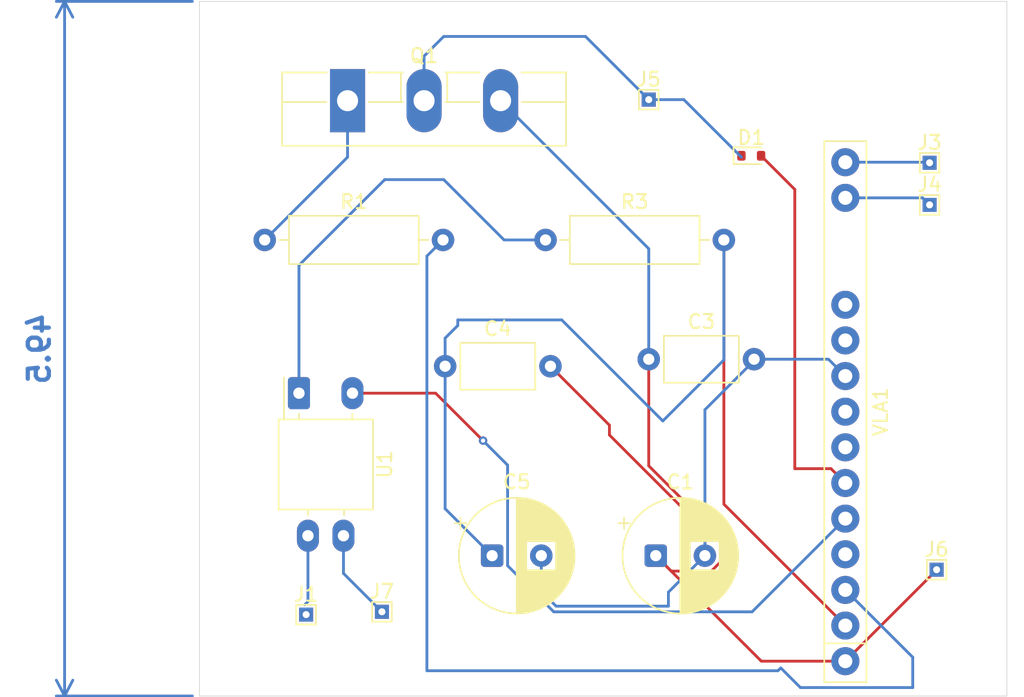
<source format=kicad_pcb>
(kicad_pcb (version 20241229) (generator "pcbnew") (generator_version "9.0")
  (layers (0 "F.Cu" signal) (2 "B.Cu" signal) (13 "F.Paste" user) (15 "B.Paste" user) (5 "F.SilkS" user "F.Silkscreen") (7 "B.SilkS" user "B.Silkscreen") (1 "F.Mask" user) (3 "B.Mask" user) (25 "Edge.Cuts" user))
  (net 0 "")
  (net 1 "Net-(J6-Pin_1)")
  (net 2 "GND")
  (net 3 "+20V")
  (net 4 "Net-(D1-K)")
  (net 5 "Net-(D1-A)")
  (net 6 "Net-(J1-Pin_1)")
  (net 7 "Net-(J3-Pin_1)")
  (net 8 "Net-(J4-Pin_1)")
  (net 9 "Net-(J7-Pin_1)")
  (net 10 "Net-(Q1-G)")
  (net 11 "Net-(VLA1-Gate)")
  (net 12 "Net-(U1-A)")
  (net 13 "Net-(U1-K)")
  (footprint "Capacitor_THT:C_Axial_L5.1mm_D3.1mm_P7.50mm_Horizontal" (layer "F.Cu") (at 110 77)
    (property "Reference" "C3" (at 3.75 -2.67 0) (layer "F.SilkS"))
    (property "Value" "C_Small")
    (fp_line (start 1.04 0) (end 1.08 0) (stroke (width 0.12)) (layer "F.SilkS"))
    (fp_line (start 6.46 0) (end 6.42 0) (stroke (width 0.12)) (layer "F.SilkS"))
    (fp_rect (start 1.08 -1.67) (end 6.42 1.67) (stroke (width 0.12)) (fill no) (layer "F.SilkS"))
    (pad "1" thru_hole circle (at 0 0) (size 1.6 1.6) (drill 0.8) (layers "*.Cu" "*.Mask") (net 1 "Net-(J6-Pin_1)"))
    (pad "2" thru_hole circle (at 7.5 0) (size 1.6 1.6) (drill 0.8) (layers "*.Cu" "*.Mask") (net 2 "GND"))
  )
  (footprint "TestPoint:TestPoint_THTPad_1.0x1.0mm_Drill0.5mm" (layer "F.Cu") (at 130.5 92)
    (property "Reference" "J6" (at 0 -1.448 0) (layer "F.SilkS"))
    (property "Value" "Conn_01x01_Pin")
    (fp_line (start -0.7 -0.7) (end 0.7 -0.7) (stroke (width 0.12)) (layer "F.SilkS"))
    (fp_line (start -0.7 0.7) (end -0.7 -0.7) (stroke (width 0.12)) (layer "F.SilkS"))
    (fp_line (start 0.7 -0.7) (end 0.7 0.7) (stroke (width 0.12)) (layer "F.SilkS"))
    (fp_line (start 0.7 0.7) (end -0.7 0.7) (stroke (width 0.12)) (layer "F.SilkS"))
    (pad "1" thru_hole rect (at 0 0) (size 1 1) (drill 0.5) (layers "*.Cu" "*.Mask") (net 1 "Net-(J6-Pin_1)"))
  )
  (footprint "Resistor_THT:R_Axial_DIN0309_L9.0mm_D3.2mm_P12.70mm_Horizontal" (layer "F.Cu") (at 102.65 68.5)
    (property "Reference" "R3" (at 6.35 -2.72 0) (layer "F.SilkS"))
    (property "Value" "R")
    (fp_line (start 1.04 0) (end 1.73 0) (stroke (width 0.12)) (layer "F.SilkS"))
    (fp_line (start 11.66 0) (end 10.97 0) (stroke (width 0.12)) (layer "F.SilkS"))
    (fp_rect (start 1.73 -1.72) (end 10.97 1.72) (stroke (width 0.12)) (fill no) (layer "F.SilkS"))
    (pad "1" thru_hole circle (at 0 0) (size 1.6 1.6) (drill 0.8) (layers "*.Cu" "*.Mask") (net 12 "Net-(U1-A)"))
    (pad "2" thru_hole circle (at 12.7 0) (size 1.6 1.6) (drill 0.8) (layers "*.Cu" "*.Mask") (net 3 "+20V"))
  )
  (footprint "Capacitor_THT:CP_Radial_D8.0mm_P3.50mm" (layer "F.Cu") (at 110.5 91)
    (property "Reference" "C1" (at 1.75 -5.25 0) (layer "F.SilkS"))
    (property "Value" "C_Polarized_Small")
    (fp_line (start -2.659698 -2.315) (end -1.859698 -2.315) (stroke (width 0.12)) (layer "F.SilkS"))
    (fp_line (start -2.259698 -2.715) (end -2.259698 -1.915) (stroke (width 0.12)) (layer "F.SilkS"))
    (fp_line (start 1.75 -4.08) (end 1.75 4.08) (stroke (width 0.12)) (layer "F.SilkS"))
    (fp_line (start 1.79 -4.08) (end 1.79 4.08) (stroke (width 0.12)) (layer "F.SilkS"))
    (fp_line (start 1.83 -4.079) (end 1.83 4.079) (stroke (width 0.12)) (layer "F.SilkS"))
    (fp_line (start 1.87 -4.078) (end 1.87 4.078) (stroke (width 0.12)) (layer "F.SilkS"))
    (fp_line (start 1.91 -4.077) (end 1.91 4.077) (stroke (width 0.12)) (layer "F.SilkS"))
    (fp_line (start 1.95 -4.075) (end 1.95 4.075) (stroke (width 0.12)) (layer "F.SilkS"))
    (fp_line (start 1.99 -4.073) (end 1.99 4.073) (stroke (width 0.12)) (layer "F.SilkS"))
    (fp_line (start 2.03 -4.07) (end 2.03 4.07) (stroke (width 0.12)) (layer "F.SilkS"))
    (fp_line (start 2.07 -4.068) (end 2.07 4.068) (stroke (width 0.12)) (layer "F.SilkS"))
    (fp_line (start 2.11 -4.064) (end 2.11 4.064) (stroke (width 0.12)) (layer "F.SilkS"))
    (fp_line (start 2.15 -4.061) (end 2.15 4.061) (stroke (width 0.12)) (layer "F.SilkS"))
    (fp_line (start 2.19 -4.056) (end 2.19 4.056) (stroke (width 0.12)) (layer "F.SilkS"))
    (fp_line (start 2.23 -4.052) (end 2.23 4.052) (stroke (width 0.12)) (layer "F.SilkS"))
    (fp_line (start 2.27 -4.047) (end 2.27 4.047) (stroke (width 0.12)) (layer "F.SilkS"))
    (fp_line (start 2.31 -4.042) (end 2.31 4.042) (stroke (width 0.12)) (layer "F.SilkS"))
    (fp_line (start 2.35 -4.036) (end 2.35 4.036) (stroke (width 0.12)) (layer "F.SilkS"))
    (fp_line (start 2.39 -4.03) (end 2.39 4.03) (stroke (width 0.12)) (layer "F.SilkS"))
    (fp_line (start 2.43 -4.023) (end 2.43 4.023) (stroke (width 0.12)) (layer "F.SilkS"))
    (fp_line (start 2.47 -4.017) (end 2.47 -1.04) (stroke (width 0.12)) (layer "F.SilkS"))
    (fp_line (start 2.47 1.04) (end 2.47 4.017) (stroke (width 0.12)) (layer "F.SilkS"))
    (fp_line (start 2.51 -4.009) (end 2.51 -1.04) (stroke (width 0.12)) (layer "F.SilkS"))
    (fp_line (start 2.51 1.04) (end 2.51 4.009) (stroke (width 0.12)) (layer "F.SilkS"))
    (fp_line (start 2.55 -4.002) (end 2.55 -1.04) (stroke (width 0.12)) (layer "F.SilkS"))
    (fp_line (start 2.55 1.04) (end 2.55 4.002) (stroke (width 0.12)) (layer "F.SilkS"))
    (fp_line (start 2.59 -3.993) (end 2.59 -1.04) (stroke (width 0.12)) (layer "F.SilkS"))
    (fp_line (start 2.59 1.04) (end 2.59 3.993) (stroke (width 0.12)) (layer "F.SilkS"))
    (fp_line (start 2.63 -3.985) (end 2.63 -1.04) (stroke (width 0.12)) (layer "F.SilkS"))
    (fp_line (start 2.63 1.04) (end 2.63 3.985) (stroke (width 0.12)) (layer "F.SilkS"))
    (fp_line (start 2.67 -3.976) (end 2.67 -1.04) (stroke (width 0.12)) (layer "F.SilkS"))
    (fp_line (start 2.67 1.04) (end 2.67 3.976) (stroke (width 0.12)) (layer "F.SilkS"))
    (fp_line (start 2.71 -3.967) (end 2.71 -1.04) (stroke (width 0.12)) (layer "F.SilkS"))
    (fp_line (start 2.71 1.04) (end 2.71 3.967) (stroke (width 0.12)) (layer "F.SilkS"))
    (fp_line (start 2.75 -3.957) (end 2.75 -1.04) (stroke (width 0.12)) (layer "F.SilkS"))
    (fp_line (start 2.75 1.04) (end 2.75 3.957) (stroke (width 0.12)) (layer "F.SilkS"))
    (fp_line (start 2.79 -3.947) (end 2.79 -1.04) (stroke (width 0.12)) (layer "F.SilkS"))
    (fp_line (start 2.79 1.04) (end 2.79 3.947) (stroke (width 0.12)) (layer "F.SilkS"))
    (fp_line (start 2.83 -3.936) (end 2.83 -1.04) (stroke (width 0.12)) (layer "F.SilkS"))
    (fp_line (start 2.83 1.04) (end 2.83 3.936) (stroke (width 0.12)) (layer "F.SilkS"))
    (fp_line (start 2.87 -3.925) (end 2.87 -1.04) (stroke (width 0.12)) (layer "F.SilkS"))
    (fp_line (start 2.87 1.04) (end 2.87 3.925) (stroke (width 0.12)) (layer "F.SilkS"))
    (fp_line (start 2.91 -3.913) (end 2.91 -1.04) (stroke (width 0.12)) (layer "F.SilkS"))
    (fp_line (start 2.91 1.04) (end 2.91 3.913) (stroke (width 0.12)) (layer "F.SilkS"))
    (fp_line (start 2.95 -3.901) (end 2.95 -1.04) (stroke (width 0.12)) (layer "F.SilkS"))
    (fp_line (start 2.95 1.04) (end 2.95 3.901) (stroke (width 0.12)) (layer "F.SilkS"))
    (fp_line (start 2.99 -3.889) (end 2.99 -1.04) (stroke (width 0.12)) (layer "F.SilkS"))
    (fp_line (start 2.99 1.04) (end 2.99 3.889) (stroke (width 0.12)) (layer "F.SilkS"))
    (fp_line (start 3.03 -3.876) (end 3.03 -1.04) (stroke (width 0.12)) (layer "F.SilkS"))
    (fp_line (start 3.03 1.04) (end 3.03 3.876) (stroke (width 0.12)) (layer "F.SilkS"))
    (fp_line (start 3.07 -3.863) (end 3.07 -1.04) (stroke (width 0.12)) (layer "F.SilkS"))
    (fp_line (start 3.07 1.04) (end 3.07 3.863) (stroke (width 0.12)) (layer "F.SilkS"))
    (fp_line (start 3.11 -3.849) (end 3.11 -1.04) (stroke (width 0.12)) (layer "F.SilkS"))
    (fp_line (start 3.11 1.04) (end 3.11 3.849) (stroke (width 0.12)) (layer "F.SilkS"))
    (fp_line (start 3.15 -3.835) (end 3.15 -1.04) (stroke (width 0.12)) (layer "F.SilkS"))
    (fp_line (start 3.15 1.04) (end 3.15 3.835) (stroke (width 0.12)) (layer "F.SilkS"))
    (fp_line (start 3.19 -3.82) (end 3.19 -1.04) (stroke (width 0.12)) (layer "F.SilkS"))
    (fp_line (start 3.19 1.04) (end 3.19 3.82) (stroke (width 0.12)) (layer "F.SilkS"))
    (fp_line (start 3.23 -3.805) (end 3.23 -1.04) (stroke (width 0.12)) (layer "F.SilkS"))
    (fp_line (start 3.23 1.04) (end 3.23 3.805) (stroke (width 0.12)) (layer "F.SilkS"))
    (fp_line (start 3.27 -3.789) (end 3.27 -1.04) (stroke (width 0.12)) (layer "F.SilkS"))
    (fp_line (start 3.27 1.04) (end 3.27 3.789) (stroke (width 0.12)) (layer "F.SilkS"))
    (fp_line (start 3.31 -3.773) (end 3.31 -1.04) (stroke (width 0.12)) (layer "F.SilkS"))
    (fp_line (start 3.31 1.04) (end 3.31 3.773) (stroke (width 0.12)) (layer "F.SilkS"))
    (fp_line (start 3.35 -3.757) (end 3.35 -1.04) (stroke (width 0.12)) (layer "F.SilkS"))
    (fp_line (start 3.35 1.04) (end 3.35 3.757) (stroke (width 0.12)) (layer "F.SilkS"))
    (fp_line (start 3.39 -3.74) (end 3.39 -1.04) (stroke (width 0.12)) (layer "F.SilkS"))
    (fp_line (start 3.39 1.04) (end 3.39 3.74) (stroke (width 0.12)) (layer "F.SilkS"))
    (fp_line (start 3.43 -3.722) (end 3.43 -1.04) (stroke (width 0.12)) (layer "F.SilkS"))
    (fp_line (start 3.43 1.04) (end 3.43 3.722) (stroke (width 0.12)) (layer "F.SilkS"))
    (fp_line (start 3.47 -3.704) (end 3.47 -1.04) (stroke (width 0.12)) (layer "F.SilkS"))
    (fp_line (start 3.47 1.04) (end 3.47 3.704) (stroke (width 0.12)) (layer "F.SilkS"))
    (fp_line (start 3.51 -3.685) (end 3.51 -1.04) (stroke (width 0.12)) (layer "F.SilkS"))
    (fp_line (start 3.51 1.04) (end 3.51 3.685) (stroke (width 0.12)) (layer "F.SilkS"))
    (fp_line (start 3.55 -3.666) (end 3.55 -1.04) (stroke (width 0.12)) (layer "F.SilkS"))
    (fp_line (start 3.55 1.04) (end 3.55 3.666) (stroke (width 0.12)) (layer "F.SilkS"))
    (fp_line (start 3.59 -3.646) (end 3.59 -1.04) (stroke (width 0.12)) (layer "F.SilkS"))
    (fp_line (start 3.59 1.04) (end 3.59 3.646) (stroke (width 0.12)) (layer "F.SilkS"))
    (fp_line (start 3.63 -3.626) (end 3.63 -1.04) (stroke (width 0.12)) (layer "F.SilkS"))
    (fp_line (start 3.63 1.04) (end 3.63 3.626) (stroke (width 0.12)) (layer "F.SilkS"))
    (fp_line (start 3.67 -3.605) (end 3.67 -1.04) (stroke (width 0.12)) (layer "F.SilkS"))
    (fp_line (start 3.67 1.04) (end 3.67 3.605) (stroke (width 0.12)) (layer "F.SilkS"))
    (fp_line (start 3.71 -3.584) (end 3.71 -1.04) (stroke (width 0.12)) (layer "F.SilkS"))
    (fp_line (start 3.71 1.04) (end 3.71 3.584) (stroke (width 0.12)) (layer "F.SilkS"))
    (fp_line (start 3.75 -3.562) (end 3.75 -1.04) (stroke (width 0.12)) (layer "F.SilkS"))
    (fp_line (start 3.75 1.04) (end 3.75 3.562) (stroke (width 0.12)) (layer "F.SilkS"))
    (fp_line (start 3.79 -3.539) (end 3.79 -1.04) (stroke (width 0.12)) (layer "F.SilkS"))
    (fp_line (start 3.79 1.04) (end 3.79 3.539) (stroke (width 0.12)) (layer "F.SilkS"))
    (fp_line (start 3.83 -3.516) (end 3.83 -1.04) (stroke (width 0.12)) (layer "F.SilkS"))
    (fp_line (start 3.83 1.04) (end 3.83 3.516) (stroke (width 0.12)) (layer "F.SilkS"))
    (fp_line (start 3.87 -3.493) (end 3.87 -1.04) (stroke (width 0.12)) (layer "F.SilkS"))
    (fp_line (start 3.87 1.04) (end 3.87 3.493) (stroke (width 0.12)) (layer "F.SilkS"))
    (fp_line (start 3.91 -3.468) (end 3.91 -1.04) (stroke (width 0.12)) (layer "F.SilkS"))
    (fp_line (start 3.91 1.04) (end 3.91 3.468) (stroke (width 0.12)) (layer "F.SilkS"))
    (fp_line (start 3.95 -3.443) (end 3.95 -1.04) (stroke (width 0.12)) (layer "F.SilkS"))
    (fp_line (start 3.95 1.04) (end 3.95 3.443) (stroke (width 0.12)) (layer "F.SilkS"))
    (fp_line (start 3.99 -3.418) (end 3.99 -1.04) (stroke (width 0.12)) (layer "F.SilkS"))
    (fp_line (start 3.99 1.04) (end 3.99 3.418) (stroke (width 0.12)) (layer "F.SilkS"))
    (fp_line (start 4.03 -3.392) (end 4.03 -1.04) (stroke (width 0.12)) (layer "F.SilkS"))
    (fp_line (start 4.03 1.04) (end 4.03 3.392) (stroke (width 0.12)) (layer "F.SilkS"))
    (fp_line (start 4.07 -3.365) (end 4.07 -1.04) (stroke (width 0.12)) (layer "F.SilkS"))
    (fp_line (start 4.07 1.04) (end 4.07 3.365) (stroke (width 0.12)) (layer "F.SilkS"))
    (fp_line (start 4.11 -3.337) (end 4.11 -1.04) (stroke (width 0.12)) (layer "F.SilkS"))
    (fp_line (start 4.11 1.04) (end 4.11 3.337) (stroke (width 0.12)) (layer "F.SilkS"))
    (fp_line (start 4.15 -3.309) (end 4.15 -1.04) (stroke (width 0.12)) (layer "F.SilkS"))
    (fp_line (start 4.15 1.04) (end 4.15 3.309) (stroke (width 0.12)) (layer "F.SilkS"))
    (fp_line (start 4.19 -3.28) (end 4.19 -1.04) (stroke (width 0.12)) (layer "F.SilkS"))
    (fp_line (start 4.19 1.04) (end 4.19 3.28) (stroke (width 0.12)) (layer "F.SilkS"))
    (fp_line (start 4.23 -3.25) (end 4.23 -1.04) (stroke (width 0.12)) (layer "F.SilkS"))
    (fp_line (start 4.23 1.04) (end 4.23 3.25) (stroke (width 0.12)) (layer "F.SilkS"))
    (fp_line (start 4.27 -3.219) (end 4.27 -1.04) (stroke (width 0.12)) (layer "F.SilkS"))
    (fp_line (start 4.27 1.04) (end 4.27 3.219) (stroke (width 0.12)) (layer "F.SilkS"))
    (fp_line (start 4.31 -3.188) (end 4.31 -1.04) (stroke (width 0.12)) (layer "F.SilkS"))
    (fp_line (start 4.31 1.04) (end 4.31 3.188) (stroke (width 0.12)) (layer "F.SilkS"))
    (fp_line (start 4.35 -3.156) (end 4.35 -1.04) (stroke (width 0.12)) (layer "F.SilkS"))
    (fp_line (start 4.35 1.04) (end 4.35 3.156) (stroke (width 0.12)) (layer "F.SilkS"))
    (fp_line (start 4.39 -3.123) (end 4.39 -1.04) (stroke (width 0.12)) (layer "F.SilkS"))
    (fp_line (start 4.39 1.04) (end 4.39 3.123) (stroke (width 0.12)) (layer "F.SilkS"))
    (fp_line (start 4.43 -3.089) (end 4.43 -1.04) (stroke (width 0.12)) (layer "F.SilkS"))
    (fp_line (start 4.43 1.04) (end 4.43 3.089) (stroke (width 0.12)) (layer "F.SilkS"))
    (fp_line (start 4.47 -3.055) (end 4.47 -1.04) (stroke (width 0.12)) (layer "F.SilkS"))
    (fp_line (start 4.47 1.04) (end 4.47 3.055) (stroke (width 0.12)) (layer "F.SilkS"))
    (fp_line (start 4.51 -3.019) (end 4.51 -1.04) (stroke (width 0.12)) (layer "F.SilkS"))
    (fp_line (start 4.51 1.04) (end 4.51 3.019) (stroke (width 0.12)) (layer "F.SilkS"))
    (fp_line (start 4.55 -2.982) (end 4.55 2.982) (stroke (width 0.12)) (layer "F.SilkS"))
    (fp_line (start 4.59 -2.945) (end 4.59 2.945) (stroke (width 0.12)) (layer "F.SilkS"))
    (fp_line (start 4.63 -2.906) (end 4.63 2.906) (stroke (width 0.12)) (layer "F.SilkS"))
    (fp_line (start 4.67 -2.867) (end 4.67 2.867) (stroke (width 0.12)) (layer "F.SilkS"))
    (fp_line (start 4.71 -2.826) (end 4.71 2.826) (stroke (width 0.12)) (layer "F.SilkS"))
    (fp_line (start 4.75 -2.784) (end 4.75 2.784) (stroke (width 0.12)) (layer "F.SilkS"))
    (fp_line (start 4.79 -2.741) (end 4.79 2.741) (stroke (width 0.12)) (layer "F.SilkS"))
    (fp_line (start 4.83 -2.696) (end 4.83 2.696) (stroke (width 0.12)) (layer "F.SilkS"))
    (fp_line (start 4.87 -2.651) (end 4.87 2.651) (stroke (width 0.12)) (layer "F.SilkS"))
    (fp_line (start 4.91 -2.604) (end 4.91 2.604) (stroke (width 0.12)) (layer "F.SilkS"))
    (fp_line (start 4.95 -2.555) (end 4.95 2.555) (stroke (width 0.12)) (layer "F.SilkS"))
    (fp_line (start 4.99 -2.505) (end 4.99 2.505) (stroke (width 0.12)) (layer "F.SilkS"))
    (fp_line (start 5.03 -2.453) (end 5.03 2.453) (stroke (width 0.12)) (layer "F.SilkS"))
    (fp_line (start 5.07 -2.4) (end 5.07 2.4) (stroke (width 0.12)) (layer "F.SilkS"))
    (fp_line (start 5.11 -2.344) (end 5.11 2.344) (stroke (width 0.12)) (layer "F.SilkS"))
    (fp_line (start 5.15 -2.287) (end 5.15 2.287) (stroke (width 0.12)) (layer "F.SilkS"))
    (fp_line (start 5.19 -2.227) (end 5.19 2.227) (stroke (width 0.12)) (layer "F.SilkS"))
    (fp_line (start 5.23 -2.165) (end 5.23 2.165) (stroke (width 0.12)) (layer "F.SilkS"))
    (fp_line (start 5.27 -2.101) (end 5.27 2.101) (stroke (width 0.12)) (layer "F.SilkS"))
    (fp_line (start 5.31 -2.034) (end 5.31 2.034) (stroke (width 0.12)) (layer "F.SilkS"))
    (fp_line (start 5.35 -1.964) (end 5.35 1.964) (stroke (width 0.12)) (layer "F.SilkS"))
    (fp_line (start 5.39 -1.89) (end 5.39 1.89) (stroke (width 0.12)) (layer "F.SilkS"))
    (fp_line (start 5.43 -1.813) (end 5.43 1.813) (stroke (width 0.12)) (layer "F.SilkS"))
    (fp_line (start 5.47 -1.731) (end 5.47 1.731) (stroke (width 0.12)) (layer "F.SilkS"))
    (fp_line (start 5.51 -1.644) (end 5.51 1.644) (stroke (width 0.12)) (layer "F.SilkS"))
    (fp_line (start 5.55 -1.552) (end 5.55 1.552) (stroke (width 0.12)) (layer "F.SilkS"))
    (fp_line (start 5.59 -1.453) (end 5.59 1.453) (stroke (width 0.12)) (layer "F.SilkS"))
    (fp_line (start 5.63 -1.346) (end 5.63 1.346) (stroke (width 0.12)) (layer "F.SilkS"))
    (fp_line (start 5.67 -1.228) (end 5.67 1.228) (stroke (width 0.12)) (layer "F.SilkS"))
    (fp_line (start 5.71 -1.097) (end 5.71 1.097) (stroke (width 0.12)) (layer "F.SilkS"))
    (fp_line (start 5.75 -0.947) (end 5.75 0.947) (stroke (width 0.12)) (layer "F.SilkS"))
    (fp_line (start 5.79 -0.768) (end 5.79 0.768) (stroke (width 0.12)) (layer "F.SilkS"))
    (fp_line (start 5.83 -0.533) (end 5.83 0.533) (stroke (width 0.12)) (layer "F.SilkS"))
    (fp_circle (center 1.75 0) (end 5.87 0) (stroke (width 0.12)) (fill no) (layer "F.SilkS"))
    (pad "1" thru_hole roundrect (at 0 0) (size 1.6 1.6) (drill 0.8) (layers "*.Cu" "*.Mask") (roundrect_rratio 0.15625) (net 1 "Net-(J6-Pin_1)"))
    (pad "2" thru_hole circle (at 3.5 0) (size 1.6 1.6) (drill 0.8) (layers "*.Cu" "*.Mask") (net 2 "GND"))
  )
  (footprint "TestPoint:TestPoint_THTPad_1.0x1.0mm_Drill0.5mm" (layer "F.Cu") (at 110 58.5)
    (property "Reference" "J5" (at 0 -1.448 0) (layer "F.SilkS"))
    (property "Value" "Conn_01x01_Pin")
    (fp_line (start -0.7 -0.7) (end 0.7 -0.7) (stroke (width 0.12)) (layer "F.SilkS"))
    (fp_line (start -0.7 0.7) (end -0.7 -0.7) (stroke (width 0.12)) (layer "F.SilkS"))
    (fp_line (start 0.7 -0.7) (end 0.7 0.7) (stroke (width 0.12)) (layer "F.SilkS"))
    (fp_line (start 0.7 0.7) (end -0.7 0.7) (stroke (width 0.12)) (layer "F.SilkS"))
    (pad "1" thru_hole rect (at 0 0) (size 1 1) (drill 0.5) (layers "*.Cu" "*.Mask") (net 4 "Net-(D1-K)"))
  )
  (footprint "TestPoint:TestPoint_THTPad_1.0x1.0mm_Drill0.5mm" (layer "F.Cu") (at 91 95)
    (property "Reference" "J7" (at 0 -1.448 0) (layer "F.SilkS"))
    (property "Value" "Conn_01x01_Pin")
    (fp_line (start -0.7 -0.7) (end 0.7 -0.7) (stroke (width 0.12)) (layer "F.SilkS"))
    (fp_line (start -0.7 0.7) (end -0.7 -0.7) (stroke (width 0.12)) (layer "F.SilkS"))
    (fp_line (start 0.7 -0.7) (end 0.7 0.7) (stroke (width 0.12)) (layer "F.SilkS"))
    (fp_line (start 0.7 0.7) (end -0.7 0.7) (stroke (width 0.12)) (layer "F.SilkS"))
    (pad "1" thru_hole rect (at 0 0) (size 1 1) (drill 0.5) (layers "*.Cu" "*.Mask") (net 9 "Net-(J7-Pin_1)"))
  )
  (footprint "Package_TO_SOT_THT:TO-264-3_Vertical" (layer "F.Cu") (at 88.55 58.575)
    (property "Reference" "Q1" (at 5.45 -3.2 0) (layer "F.SilkS"))
    (property "Value" "160N60UFD")
    (fp_line (start -4.66 -2.01) (end -4.66 3.21) (stroke (width 0.12)) (layer "F.SilkS"))
    (fp_line (start -4.66 -2.01) (end -1.51 -2.01) (stroke (width 0.12)) (layer "F.SilkS"))
    (fp_line (start -4.66 0.1) (end -1.51 0.1) (stroke (width 0.12)) (layer "F.SilkS"))
    (fp_line (start -4.66 3.21) (end 15.56 3.21) (stroke (width 0.12)) (layer "F.SilkS"))
    (fp_line (start 1.51 -2.01) (end 3.94 -2.01) (stroke (width 0.12)) (layer "F.SilkS"))
    (fp_line (start 1.51 0.1) (end 3.94 0.1) (stroke (width 0.12)) (layer "F.SilkS"))
    (fp_line (start 3.8 -2.01) (end 3.8 0.1) (stroke (width 0.12)) (layer "F.SilkS"))
    (fp_line (start 6.96 -2.01) (end 9.39 -2.01) (stroke (width 0.12)) (layer "F.SilkS"))
    (fp_line (start 6.96 0.1) (end 9.39 0.1) (stroke (width 0.12)) (layer "F.SilkS"))
    (fp_line (start 7.1 -2.01) (end 7.1 0.1) (stroke (width 0.12)) (layer "F.SilkS"))
    (fp_line (start 12.41 -2.01) (end 15.56 -2.01) (stroke (width 0.12)) (layer "F.SilkS"))
    (fp_line (start 12.41 0.1) (end 15.56 0.1) (stroke (width 0.12)) (layer "F.SilkS"))
    (fp_line (start 15.56 -2.01) (end 15.56 3.21) (stroke (width 0.12)) (layer "F.SilkS"))
    (pad "1" thru_hole rect (at 0 0) (size 2.5 4.5) (drill 1.5) (layers "*.Cu" "*.Mask") (net 10 "Net-(Q1-G)"))
    (pad "2" thru_hole oval (at 5.45 0) (size 2.5 4.5) (drill 1.5) (layers "*.Cu" "*.Mask") (net 4 "Net-(D1-K)"))
    (pad "3" thru_hole oval (at 10.9 0) (size 2.5 4.5) (drill 1.5) (layers "*.Cu" "*.Mask") (net 1 "Net-(J6-Pin_1)"))
  )
  (footprint "TestPoint:TestPoint_THTPad_1.0x1.0mm_Drill0.5mm" (layer "F.Cu") (at 130 63)
    (property "Reference" "J3" (at 0 -1.448 0) (layer "F.SilkS"))
    (property "Value" "Conn_01x01_Pin")
    (fp_line (start -0.7 -0.7) (end 0.7 -0.7) (stroke (width 0.12)) (layer "F.SilkS"))
    (fp_line (start -0.7 0.7) (end -0.7 -0.7) (stroke (width 0.12)) (layer "F.SilkS"))
    (fp_line (start 0.7 -0.7) (end 0.7 0.7) (stroke (width 0.12)) (layer "F.SilkS"))
    (fp_line (start 0.7 0.7) (end -0.7 0.7) (stroke (width 0.12)) (layer "F.SilkS"))
    (pad "1" thru_hole rect (at 0 0) (size 1 1) (drill 0.5) (layers "*.Cu" "*.Mask") (net 7 "Net-(J3-Pin_1)"))
  )
  (footprint "Diode_SMD:D_SOD-523" (layer "F.Cu") (at 117.3 62.5)
    (property "Reference" "D1" (at 0 -1.3 0) (layer "F.SilkS"))
    (property "Value" "1N914WT")
    (fp_line (start -1.26 -0.6) (end -1.26 0.6) (stroke (width 0.12)) (layer "F.SilkS"))
    (fp_line (start 0.7 -0.6) (end -1.26 -0.6) (stroke (width 0.12)) (layer "F.SilkS"))
    (fp_line (start 0.7 0.6) (end -1.26 0.6) (stroke (width 0.12)) (layer "F.SilkS"))
    (pad "1" smd roundrect (at -0.7 0 180) (size 0.6 0.7) (layers "F.Cu" "F.Mask" "F.Paste") (net 4 "Net-(D1-K)"))
    (pad "2" smd roundrect (at 0.7 0 180) (size 0.6 0.7) (layers "F.Cu" "F.Mask" "F.Paste") (net 5 "Net-(D1-A)"))
  )
  (footprint "OptoDevice:Luna_NSL-32" (layer "F.Cu") (at 85.09 79.42 -90)
    (property "Reference" "U1" (at 5.08 -6.11 90) (layer "F.SilkS"))
    (property "Value" "NSL-32")
    (fp_line (start 1.87 1.45) (end 1.87 -5.27) (stroke (width 0.12)) (layer "F.SilkS"))
    (fp_line (start 8.29 1.45) (end 1.87 1.45) (stroke (width 0.12)) (layer "F.SilkS"))
    (fp_line (start -1.12 1.07) (end 1.87 1.07) (stroke (width 0.12)) (layer "F.SilkS"))
    (fp_line (start 1.46 0) (end 1.87 0) (stroke (width 0.12)) (layer "F.SilkS"))
    (fp_line (start 8.29 -0.66) (end 8.7 -0.66) (stroke (width 0.12)) (layer "F.SilkS"))
    (fp_line (start 8.29 -3.21) (end 8.7 -3.21) (stroke (width 0.12)) (layer "F.SilkS"))
    (fp_line (start 1.46 -3.8) (end 1.87 -3.8) (stroke (width 0.12)) (layer "F.SilkS"))
    (fp_line (start 1.87 -5.27) (end 8.29 -5.27) (stroke (width 0.12)) (layer "F.SilkS"))
    (fp_line (start 8.29 -5.27) (end 8.29 1.45) (stroke (width 0.12)) (layer "F.SilkS"))
    (pad "1" thru_hole roundrect (at 0 0 270) (size 2.29 1.57) (drill 0.81) (layers "*.Cu" "*.Mask") (roundrect_rratio 0.159) (net 12 "Net-(U1-A)"))
    (pad "2" thru_hole oval (at 0 -3.81 270) (size 2.29 1.57) (drill 0.81) (layers "*.Cu" "*.Mask") (net 13 "Net-(U1-K)"))
    (pad "3" thru_hole oval (at 10.16 -3.17 270) (size 2.29 1.57) (drill 0.81) (layers "*.Cu" "*.Mask") (net 9 "Net-(J7-Pin_1)"))
    (pad "4" thru_hole oval (at 10.16 -0.64 270) (size 2.29 1.57) (drill 0.81) (layers "*.Cu" "*.Mask") (net 6 "Net-(J1-Pin_1)"))
  )
  (footprint "TestPoint:TestPoint_THTPad_1.0x1.0mm_Drill0.5mm" (layer "F.Cu") (at 85.6 95.2)
    (property "Reference" "J1" (at 0 -1.448 0) (layer "F.SilkS"))
    (property "Value" "Conn_01x01_Pin")
    (fp_line (start -0.7 -0.7) (end 0.7 -0.7) (stroke (width 0.12)) (layer "F.SilkS"))
    (fp_line (start -0.7 0.7) (end -0.7 -0.7) (stroke (width 0.12)) (layer "F.SilkS"))
    (fp_line (start 0.7 -0.7) (end 0.7 0.7) (stroke (width 0.12)) (layer "F.SilkS"))
    (fp_line (start 0.7 0.7) (end -0.7 0.7) (stroke (width 0.12)) (layer "F.SilkS"))
    (pad "1" thru_hole rect (at 0 0) (size 1 1) (drill 0.5) (layers "*.Cu" "*.Mask") (net 6 "Net-(J1-Pin_1)"))
  )
  (footprint "Resistor_THT:R_Axial_DIN0309_L9.0mm_D3.2mm_P12.70mm_Horizontal" (layer "F.Cu") (at 82.65 68.5)
    (property "Reference" "R1" (at 6.35 -2.72 0) (layer "F.SilkS"))
    (property "Value" "R")
    (fp_line (start 1.04 0) (end 1.73 0) (stroke (width 0.12)) (layer "F.SilkS"))
    (fp_line (start 11.66 0) (end 10.97 0) (stroke (width 0.12)) (layer "F.SilkS"))
    (fp_rect (start 1.73 -1.72) (end 10.97 1.72) (stroke (width 0.12)) (fill no) (layer "F.SilkS"))
    (pad "1" thru_hole circle (at 0 0) (size 1.6 1.6) (drill 0.8) (layers "*.Cu" "*.Mask") (net 10 "Net-(Q1-G)"))
    (pad "2" thru_hole circle (at 12.7 0) (size 1.6 1.6) (drill 0.8) (layers "*.Cu" "*.Mask") (net 11 "Net-(VLA1-Gate)"))
  )
  (footprint "Capacitor_THT:C_Axial_L5.1mm_D3.1mm_P7.50mm_Horizontal" (layer "F.Cu") (at 95.5 77.5)
    (property "Reference" "C4" (at 3.75 -2.67 0) (layer "F.SilkS"))
    (property "Value" "C_Small")
    (fp_line (start 1.04 0) (end 1.08 0) (stroke (width 0.12)) (layer "F.SilkS"))
    (fp_line (start 6.46 0) (end 6.42 0) (stroke (width 0.12)) (layer "F.SilkS"))
    (fp_rect (start 1.08 -1.67) (end 6.42 1.67) (stroke (width 0.12)) (fill no) (layer "F.SilkS"))
    (pad "1" thru_hole circle (at 0 0) (size 1.6 1.6) (drill 0.8) (layers "*.Cu" "*.Mask") (net 3 "+20V"))
    (pad "2" thru_hole circle (at 7.5 0) (size 1.6 1.6) (drill 0.8) (layers "*.Cu" "*.Mask") (net 2 "GND"))
  )
  (footprint "TestPoint:TestPoint_THTPad_1.0x1.0mm_Drill0.5mm" (layer "F.Cu") (at 130 66)
    (property "Reference" "J4" (at 0 -1.448 0) (layer "F.SilkS"))
    (property "Value" "Conn_01x01_Pin")
    (fp_line (start -0.7 -0.7) (end 0.7 -0.7) (stroke (width 0.12)) (layer "F.SilkS"))
    (fp_line (start -0.7 0.7) (end -0.7 -0.7) (stroke (width 0.12)) (layer "F.SilkS"))
    (fp_line (start 0.7 -0.7) (end 0.7 0.7) (stroke (width 0.12)) (layer "F.SilkS"))
    (fp_line (start 0.7 0.7) (end -0.7 0.7) (stroke (width 0.12)) (layer "F.SilkS"))
    (pad "1" thru_hole rect (at 0 0) (size 1 1) (drill 0.5) (layers "*.Cu" "*.Mask") (net 8 "Net-(J4-Pin_1)"))
  )
  (footprint "Library:VLA517" (layer "F.Cu") (at 124 80.74 90)
    (property "Reference" "VLA1" (at 0 2.5 90) (layer "F.SilkS"))
    (property "Value" "~")
    (fp_line (start 19.28 -1.5) (end 19.28 1.5) (stroke (width 0.12)) (layer "F.SilkS"))
    (fp_line (start -16.51 -1.5) (end -16.51 1.5) (stroke (width 0.12)) (layer "F.SilkS"))
    (fp_line (start -19.28 -1.5) (end 19.28 -1.5) (stroke (width 0.12)) (layer "F.SilkS"))
    (fp_line (start 19.28 1.5) (end -19.28 1.5) (stroke (width 0.12)) (layer "F.SilkS"))
    (fp_line (start -19.28 1.5) (end -19.28 -1.5) (stroke (width 0.12)) (layer "F.SilkS"))
    (pad "1" thru_hole circle (at -17.78 0 90) (size 2 2) (drill 1) (layers "*.Cu" "*.Mask") (net 1 "Net-(J6-Pin_1)"))
    (pad "2" thru_hole circle (at -15.24 0 90) (size 2 2) (drill 1) (layers "*.Cu" "*.Mask") (net 3 "+20V"))
    (pad "3" thru_hole circle (at -12.7 0 90) (size 2 2) (drill 1) (layers "*.Cu" "*.Mask") (net 11 "Net-(VLA1-Gate)"))
    (pad "4" thru_hole circle (at -10.16 0 90) (size 2 2) (drill 1) (layers "*.Cu" "*.Mask"))
    (pad "5" thru_hole circle (at -7.62 0 90) (size 2 2) (drill 1) (layers "*.Cu" "*.Mask") (net 13 "Net-(U1-K)"))
    (pad "6" thru_hole circle (at -5.08 0 90) (size 2 2) (drill 1) (layers "*.Cu" "*.Mask") (net 5 "Net-(D1-A)"))
    (pad "7" thru_hole circle (at -2.54 0 90) (size 2 2) (drill 1) (layers "*.Cu" "*.Mask"))
    (pad "8" thru_hole circle (at 0 0 90) (size 2 2) (drill 1) (layers "*.Cu" "*.Mask"))
    (pad "9" thru_hole circle (at 2.54 0 90) (size 2 2) (drill 1) (layers "*.Cu" "*.Mask") (net 2 "GND"))
    (pad "10" thru_hole circle (at 5.08 0 90) (size 2 2) (drill 1) (layers "*.Cu" "*.Mask"))
    (pad "11" thru_hole circle (at 7.62 0 90) (size 2 2) (drill 1) (layers "*.Cu" "*.Mask"))
    (pad "14" thru_hole circle (at 15.24 0 90) (size 2 2) (drill 1) (layers "*.Cu" "*.Mask") (net 8 "Net-(J4-Pin_1)"))
    (pad "15" thru_hole circle (at 17.78 0 90) (size 2 2) (drill 1) (layers "*.Cu" "*.Mask") (net 7 "Net-(J3-Pin_1)"))
  )
  (footprint "Capacitor_THT:CP_Radial_D8.0mm_P3.50mm" (layer "F.Cu") (at 98.847349 91)
    (property "Reference" "C5" (at 1.75 -5.25 0) (layer "F.SilkS"))
    (property "Value" "C_Polarized_Small")
    (fp_line (start -2.659698 -2.315) (end -1.859698 -2.315) (stroke (width 0.12)) (layer "F.SilkS"))
    (fp_line (start -2.259698 -2.715) (end -2.259698 -1.915) (stroke (width 0.12)) (layer "F.SilkS"))
    (fp_line (start 1.75 -4.08) (end 1.75 4.08) (stroke (width 0.12)) (layer "F.SilkS"))
    (fp_line (start 1.79 -4.08) (end 1.79 4.08) (stroke (width 0.12)) (layer "F.SilkS"))
    (fp_line (start 1.83 -4.079) (end 1.83 4.079) (stroke (width 0.12)) (layer "F.SilkS"))
    (fp_line (start 1.87 -4.078) (end 1.87 4.078) (stroke (width 0.12)) (layer "F.SilkS"))
    (fp_line (start 1.91 -4.077) (end 1.91 4.077) (stroke (width 0.12)) (layer "F.SilkS"))
    (fp_line (start 1.95 -4.075) (end 1.95 4.075) (stroke (width 0.12)) (layer "F.SilkS"))
    (fp_line (start 1.99 -4.073) (end 1.99 4.073) (stroke (width 0.12)) (layer "F.SilkS"))
    (fp_line (start 2.03 -4.07) (end 2.03 4.07) (stroke (width 0.12)) (layer "F.SilkS"))
    (fp_line (start 2.07 -4.068) (end 2.07 4.068) (stroke (width 0.12)) (layer "F.SilkS"))
    (fp_line (start 2.11 -4.064) (end 2.11 4.064) (stroke (width 0.12)) (layer "F.SilkS"))
    (fp_line (start 2.15 -4.061) (end 2.15 4.061) (stroke (width 0.12)) (layer "F.SilkS"))
    (fp_line (start 2.19 -4.056) (end 2.19 4.056) (stroke (width 0.12)) (layer "F.SilkS"))
    (fp_line (start 2.23 -4.052) (end 2.23 4.052) (stroke (width 0.12)) (layer "F.SilkS"))
    (fp_line (start 2.27 -4.047) (end 2.27 4.047) (stroke (width 0.12)) (layer "F.SilkS"))
    (fp_line (start 2.31 -4.042) (end 2.31 4.042) (stroke (width 0.12)) (layer "F.SilkS"))
    (fp_line (start 2.35 -4.036) (end 2.35 4.036) (stroke (width 0.12)) (layer "F.SilkS"))
    (fp_line (start 2.39 -4.03) (end 2.39 4.03) (stroke (width 0.12)) (layer "F.SilkS"))
    (fp_line (start 2.43 -4.023) (end 2.43 4.023) (stroke (width 0.12)) (layer "F.SilkS"))
    (fp_line (start 2.47 -4.017) (end 2.47 -1.04) (stroke (width 0.12)) (layer "F.SilkS"))
    (fp_line (start 2.47 1.04) (end 2.47 4.017) (stroke (width 0.12)) (layer "F.SilkS"))
    (fp_line (start 2.51 -4.009) (end 2.51 -1.04) (stroke (width 0.12)) (layer "F.SilkS"))
    (fp_line (start 2.51 1.04) (end 2.51 4.009) (stroke (width 0.12)) (layer "F.SilkS"))
    (fp_line (start 2.55 -4.002) (end 2.55 -1.04) (stroke (width 0.12)) (layer "F.SilkS"))
    (fp_line (start 2.55 1.04) (end 2.55 4.002) (stroke (width 0.12)) (layer "F.SilkS"))
    (fp_line (start 2.59 -3.993) (end 2.59 -1.04) (stroke (width 0.12)) (layer "F.SilkS"))
    (fp_line (start 2.59 1.04) (end 2.59 3.993) (stroke (width 0.12)) (layer "F.SilkS"))
    (fp_line (start 2.63 -3.985) (end 2.63 -1.04) (stroke (width 0.12)) (layer "F.SilkS"))
    (fp_line (start 2.63 1.04) (end 2.63 3.985) (stroke (width 0.12)) (layer "F.SilkS"))
    (fp_line (start 2.67 -3.976) (end 2.67 -1.04) (stroke (width 0.12)) (layer "F.SilkS"))
    (fp_line (start 2.67 1.04) (end 2.67 3.976) (stroke (width 0.12)) (layer "F.SilkS"))
    (fp_line (start 2.71 -3.967) (end 2.71 -1.04) (stroke (width 0.12)) (layer "F.SilkS"))
    (fp_line (start 2.71 1.04) (end 2.71 3.967) (stroke (width 0.12)) (layer "F.SilkS"))
    (fp_line (start 2.75 -3.957) (end 2.75 -1.04) (stroke (width 0.12)) (layer "F.SilkS"))
    (fp_line (start 2.75 1.04) (end 2.75 3.957) (stroke (width 0.12)) (layer "F.SilkS"))
    (fp_line (start 2.79 -3.947) (end 2.79 -1.04) (stroke (width 0.12)) (layer "F.SilkS"))
    (fp_line (start 2.79 1.04) (end 2.79 3.947) (stroke (width 0.12)) (layer "F.SilkS"))
    (fp_line (start 2.83 -3.936) (end 2.83 -1.04) (stroke (width 0.12)) (layer "F.SilkS"))
    (fp_line (start 2.83 1.04) (end 2.83 3.936) (stroke (width 0.12)) (layer "F.SilkS"))
    (fp_line (start 2.87 -3.925) (end 2.87 -1.04) (stroke (width 0.12)) (layer "F.SilkS"))
    (fp_line (start 2.87 1.04) (end 2.87 3.925) (stroke (width 0.12)) (layer "F.SilkS"))
    (fp_line (start 2.91 -3.913) (end 2.91 -1.04) (stroke (width 0.12)) (layer "F.SilkS"))
    (fp_line (start 2.91 1.04) (end 2.91 3.913) (stroke (width 0.12)) (layer "F.SilkS"))
    (fp_line (start 2.95 -3.901) (end 2.95 -1.04) (stroke (width 0.12)) (layer "F.SilkS"))
    (fp_line (start 2.95 1.04) (end 2.95 3.901) (stroke (width 0.12)) (layer "F.SilkS"))
    (fp_line (start 2.99 -3.889) (end 2.99 -1.04) (stroke (width 0.12)) (layer "F.SilkS"))
    (fp_line (start 2.99 1.04) (end 2.99 3.889) (stroke (width 0.12)) (layer "F.SilkS"))
    (fp_line (start 3.03 -3.876) (end 3.03 -1.04) (stroke (width 0.12)) (layer "F.SilkS"))
    (fp_line (start 3.03 1.04) (end 3.03 3.876) (stroke (width 0.12)) (layer "F.SilkS"))
    (fp_line (start 3.07 -3.863) (end 3.07 -1.04) (stroke (width 0.12)) (layer "F.SilkS"))
    (fp_line (start 3.07 1.04) (end 3.07 3.863) (stroke (width 0.12)) (layer "F.SilkS"))
    (fp_line (start 3.11 -3.849) (end 3.11 -1.04) (stroke (width 0.12)) (layer "F.SilkS"))
    (fp_line (start 3.11 1.04) (end 3.11 3.849) (stroke (width 0.12)) (layer "F.SilkS"))
    (fp_line (start 3.15 -3.835) (end 3.15 -1.04) (stroke (width 0.12)) (layer "F.SilkS"))
    (fp_line (start 3.15 1.04) (end 3.15 3.835) (stroke (width 0.12)) (layer "F.SilkS"))
    (fp_line (start 3.19 -3.82) (end 3.19 -1.04) (stroke (width 0.12)) (layer "F.SilkS"))
    (fp_line (start 3.19 1.04) (end 3.19 3.82) (stroke (width 0.12)) (layer "F.SilkS"))
    (fp_line (start 3.23 -3.805) (end 3.23 -1.04) (stroke (width 0.12)) (layer "F.SilkS"))
    (fp_line (start 3.23 1.04) (end 3.23 3.805) (stroke (width 0.12)) (layer "F.SilkS"))
    (fp_line (start 3.27 -3.789) (end 3.27 -1.04) (stroke (width 0.12)) (layer "F.SilkS"))
    (fp_line (start 3.27 1.04) (end 3.27 3.789) (stroke (width 0.12)) (layer "F.SilkS"))
    (fp_line (start 3.31 -3.773) (end 3.31 -1.04) (stroke (width 0.12)) (layer "F.SilkS"))
    (fp_line (start 3.31 1.04) (end 3.31 3.773) (stroke (width 0.12)) (layer "F.SilkS"))
    (fp_line (start 3.35 -3.757) (end 3.35 -1.04) (stroke (width 0.12)) (layer "F.SilkS"))
    (fp_line (start 3.35 1.04) (end 3.35 3.757) (stroke (width 0.12)) (layer "F.SilkS"))
    (fp_line (start 3.39 -3.74) (end 3.39 -1.04) (stroke (width 0.12)) (layer "F.SilkS"))
    (fp_line (start 3.39 1.04) (end 3.39 3.74) (stroke (width 0.12)) (layer "F.SilkS"))
    (fp_line (start 3.43 -3.722) (end 3.43 -1.04) (stroke (width 0.12)) (layer "F.SilkS"))
    (fp_line (start 3.43 1.04) (end 3.43 3.722) (stroke (width 0.12)) (layer "F.SilkS"))
    (fp_line (start 3.47 -3.704) (end 3.47 -1.04) (stroke (width 0.12)) (layer "F.SilkS"))
    (fp_line (start 3.47 1.04) (end 3.47 3.704) (stroke (width 0.12)) (layer "F.SilkS"))
    (fp_line (start 3.51 -3.685) (end 3.51 -1.04) (stroke (width 0.12)) (layer "F.SilkS"))
    (fp_line (start 3.51 1.04) (end 3.51 3.685) (stroke (width 0.12)) (layer "F.SilkS"))
    (fp_line (start 3.55 -3.666) (end 3.55 -1.04) (stroke (width 0.12)) (layer "F.SilkS"))
    (fp_line (start 3.55 1.04) (end 3.55 3.666) (stroke (width 0.12)) (layer "F.SilkS"))
    (fp_line (start 3.59 -3.646) (end 3.59 -1.04) (stroke (width 0.12)) (layer "F.SilkS"))
    (fp_line (start 3.59 1.04) (end 3.59 3.646) (stroke (width 0.12)) (layer "F.SilkS"))
    (fp_line (start 3.63 -3.626) (end 3.63 -1.04) (stroke (width 0.12)) (layer "F.SilkS"))
    (fp_line (start 3.63 1.04) (end 3.63 3.626) (stroke (width 0.12)) (layer "F.SilkS"))
    (fp_line (start 3.67 -3.605) (end 3.67 -1.04) (stroke (width 0.12)) (layer "F.SilkS"))
    (fp_line (start 3.67 1.04) (end 3.67 3.605) (stroke (width 0.12)) (layer "F.SilkS"))
    (fp_line (start 3.71 -3.584) (end 3.71 -1.04) (stroke (width 0.12)) (layer "F.SilkS"))
    (fp_line (start 3.71 1.04) (end 3.71 3.584) (stroke (width 0.12)) (layer "F.SilkS"))
    (fp_line (start 3.75 -3.562) (end 3.75 -1.04) (stroke (width 0.12)) (layer "F.SilkS"))
    (fp_line (start 3.75 1.04) (end 3.75 3.562) (stroke (width 0.12)) (layer "F.SilkS"))
    (fp_line (start 3.79 -3.539) (end 3.79 -1.04) (stroke (width 0.12)) (layer "F.SilkS"))
    (fp_line (start 3.79 1.04) (end 3.79 3.539) (stroke (width 0.12)) (layer "F.SilkS"))
    (fp_line (start 3.83 -3.516) (end 3.83 -1.04) (stroke (width 0.12)) (layer "F.SilkS"))
    (fp_line (start 3.83 1.04) (end 3.83 3.516) (stroke (width 0.12)) (layer "F.SilkS"))
    (fp_line (start 3.87 -3.493) (end 3.87 -1.04) (stroke (width 0.12)) (layer "F.SilkS"))
    (fp_line (start 3.87 1.04) (end 3.87 3.493) (stroke (width 0.12)) (layer "F.SilkS"))
    (fp_line (start 3.91 -3.468) (end 3.91 -1.04) (stroke (width 0.12)) (layer "F.SilkS"))
    (fp_line (start 3.91 1.04) (end 3.91 3.468) (stroke (width 0.12)) (layer "F.SilkS"))
    (fp_line (start 3.95 -3.443) (end 3.95 -1.04) (stroke (width 0.12)) (layer "F.SilkS"))
    (fp_line (start 3.95 1.04) (end 3.95 3.443) (stroke (width 0.12)) (layer "F.SilkS"))
    (fp_line (start 3.99 -3.418) (end 3.99 -1.04) (stroke (width 0.12)) (layer "F.SilkS"))
    (fp_line (start 3.99 1.04) (end 3.99 3.418) (stroke (width 0.12)) (layer "F.SilkS"))
    (fp_line (start 4.03 -3.392) (end 4.03 -1.04) (stroke (width 0.12)) (layer "F.SilkS"))
    (fp_line (start 4.03 1.04) (end 4.03 3.392) (stroke (width 0.12)) (layer "F.SilkS"))
    (fp_line (start 4.07 -3.365) (end 4.07 -1.04) (stroke (width 0.12)) (layer "F.SilkS"))
    (fp_line (start 4.07 1.04) (end 4.07 3.365) (stroke (width 0.12)) (layer "F.SilkS"))
    (fp_line (start 4.11 -3.337) (end 4.11 -1.04) (stroke (width 0.12)) (layer "F.SilkS"))
    (fp_line (start 4.11 1.04) (end 4.11 3.337) (stroke (width 0.12)) (layer "F.SilkS"))
    (fp_line (start 4.15 -3.309) (end 4.15 -1.04) (stroke (width 0.12)) (layer "F.SilkS"))
    (fp_line (start 4.15 1.04) (end 4.15 3.309) (stroke (width 0.12)) (layer "F.SilkS"))
    (fp_line (start 4.19 -3.28) (end 4.19 -1.04) (stroke (width 0.12)) (layer "F.SilkS"))
    (fp_line (start 4.19 1.04) (end 4.19 3.28) (stroke (width 0.12)) (layer "F.SilkS"))
    (fp_line (start 4.23 -3.25) (end 4.23 -1.04) (stroke (width 0.12)) (layer "F.SilkS"))
    (fp_line (start 4.23 1.04) (end 4.23 3.25) (stroke (width 0.12)) (layer "F.SilkS"))
    (fp_line (start 4.27 -3.219) (end 4.27 -1.04) (stroke (width 0.12)) (layer "F.SilkS"))
    (fp_line (start 4.27 1.04) (end 4.27 3.219) (stroke (width 0.12)) (layer "F.SilkS"))
    (fp_line (start 4.31 -3.188) (end 4.31 -1.04) (stroke (width 0.12)) (layer "F.SilkS"))
    (fp_line (start 4.31 1.04) (end 4.31 3.188) (stroke (width 0.12)) (layer "F.SilkS"))
    (fp_line (start 4.35 -3.156) (end 4.35 -1.04) (stroke (width 0.12)) (layer "F.SilkS"))
    (fp_line (start 4.35 1.04) (end 4.35 3.156) (stroke (width 0.12)) (layer "F.SilkS"))
    (fp_line (start 4.39 -3.123) (end 4.39 -1.04) (stroke (width 0.12)) (layer "F.SilkS"))
    (fp_line (start 4.39 1.04) (end 4.39 3.123) (stroke (width 0.12)) (layer "F.SilkS"))
    (fp_line (start 4.43 -3.089) (end 4.43 -1.04) (stroke (width 0.12)) (layer "F.SilkS"))
    (fp_line (start 4.43 1.04) (end 4.43 3.089) (stroke (width 0.12)) (layer "F.SilkS"))
    (fp_line (start 4.47 -3.055) (end 4.47 -1.04) (stroke (width 0.12)) (layer "F.SilkS"))
    (fp_line (start 4.47 1.04) (end 4.47 3.055) (stroke (width 0.12)) (layer "F.SilkS"))
    (fp_line (start 4.51 -3.019) (end 4.51 -1.04) (stroke (width 0.12)) (layer "F.SilkS"))
    (fp_line (start 4.51 1.04) (end 4.51 3.019) (stroke (width 0.12)) (layer "F.SilkS"))
    (fp_line (start 4.55 -2.982) (end 4.55 2.982) (stroke (width 0.12)) (layer "F.SilkS"))
    (fp_line (start 4.59 -2.945) (end 4.59 2.945) (stroke (width 0.12)) (layer "F.SilkS"))
    (fp_line (start 4.63 -2.906) (end 4.63 2.906) (stroke (width 0.12)) (layer "F.SilkS"))
    (fp_line (start 4.67 -2.867) (end 4.67 2.867) (stroke (width 0.12)) (layer "F.SilkS"))
    (fp_line (start 4.71 -2.826) (end 4.71 2.826) (stroke (width 0.12)) (layer "F.SilkS"))
    (fp_line (start 4.75 -2.784) (end 4.75 2.784) (stroke (width 0.12)) (layer "F.SilkS"))
    (fp_line (start 4.79 -2.741) (end 4.79 2.741) (stroke (width 0.12)) (layer "F.SilkS"))
    (fp_line (start 4.83 -2.696) (end 4.83 2.696) (stroke (width 0.12)) (layer "F.SilkS"))
    (fp_line (start 4.87 -2.651) (end 4.87 2.651) (stroke (width 0.12)) (layer "F.SilkS"))
    (fp_line (start 4.91 -2.604) (end 4.91 2.604) (stroke (width 0.12)) (layer "F.SilkS"))
    (fp_line (start 4.95 -2.555) (end 4.95 2.555) (stroke (width 0.12)) (layer "F.SilkS"))
    (fp_line (start 4.99 -2.505) (end 4.99 2.505) (stroke (width 0.12)) (layer "F.SilkS"))
    (fp_line (start 5.03 -2.453) (end 5.03 2.453) (stroke (width 0.12)) (layer "F.SilkS"))
    (fp_line (start 5.07 -2.4) (end 5.07 2.4) (stroke (width 0.12)) (layer "F.SilkS"))
    (fp_line (start 5.11 -2.344) (end 5.11 2.344) (stroke (width 0.12)) (layer "F.SilkS"))
    (fp_line (start 5.15 -2.287) (end 5.15 2.287) (stroke (width 0.12)) (layer "F.SilkS"))
    (fp_line (start 5.19 -2.227) (end 5.19 2.227) (stroke (width 0.12)) (layer "F.SilkS"))
    (fp_line (start 5.23 -2.165) (end 5.23 2.165) (stroke (width 0.12)) (layer "F.SilkS"))
    (fp_line (start 5.27 -2.101) (end 5.27 2.101) (stroke (width 0.12)) (layer "F.SilkS"))
    (fp_line (start 5.31 -2.034) (end 5.31 2.034) (stroke (width 0.12)) (layer "F.SilkS"))
    (fp_line (start 5.35 -1.964) (end 5.35 1.964) (stroke (width 0.12)) (layer "F.SilkS"))
    (fp_line (start 5.39 -1.89) (end 5.39 1.89) (stroke (width 0.12)) (layer "F.SilkS"))
    (fp_line (start 5.43 -1.813) (end 5.43 1.813) (stroke (width 0.12)) (layer "F.SilkS"))
    (fp_line (start 5.47 -1.731) (end 5.47 1.731) (stroke (width 0.12)) (layer "F.SilkS"))
    (fp_line (start 5.51 -1.644) (end 5.51 1.644) (stroke (width 0.12)) (layer "F.SilkS"))
    (fp_line (start 5.55 -1.552) (end 5.55 1.552) (stroke (width 0.12)) (layer "F.SilkS"))
    (fp_line (start 5.59 -1.453) (end 5.59 1.453) (stroke (width 0.12)) (layer "F.SilkS"))
    (fp_line (start 5.63 -1.346) (end 5.63 1.346) (stroke (width 0.12)) (layer "F.SilkS"))
    (fp_line (start 5.67 -1.228) (end 5.67 1.228) (stroke (width 0.12)) (layer "F.SilkS"))
    (fp_line (start 5.71 -1.097) (end 5.71 1.097) (stroke (width 0.12)) (layer "F.SilkS"))
    (fp_line (start 5.75 -0.947) (end 5.75 0.947) (stroke (width 0.12)) (layer "F.SilkS"))
    (fp_line (start 5.79 -0.768) (end 5.79 0.768) (stroke (width 0.12)) (layer "F.SilkS"))
    (fp_line (start 5.83 -0.533) (end 5.83 0.533) (stroke (width 0.12)) (layer "F.SilkS"))
    (fp_circle (center 1.75 0) (end 5.87 0) (stroke (width 0.12)) (fill no) (layer "F.SilkS"))
    (pad "1" thru_hole roundrect (at 0 0) (size 1.6 1.6) (drill 0.8) (layers "*.Cu" "*.Mask") (roundrect_rratio 0.15625) (net 3 "+20V"))
    (pad "2" thru_hole circle (at 3.5 0) (size 1.6 1.6) (drill 0.8) (layers "*.Cu" "*.Mask") (net 2 "GND"))
  )
  (gr_line (start 78 101) (end 78 51.5) (stroke (width 0.05)) (layer "Edge.Cuts"))
  (gr_line (start 78 51.5) (end 135.5 51.5) (stroke (width 0.05)) (layer "Edge.Cuts"))
  (gr_line (start 135.5 51.5) (end 135.5 101) (stroke (width 0.05)) (layer "Edge.Cuts"))
  (gr_line (start 135.5 101) (end 78 101) (stroke (width 0.05)) (layer "Edge.Cuts"))
  (dimension (type orthogonal) (layer "B.Cu") (pts (xy 78 51.5) (xy 78 101)) (height -9.6) (orientation 1) (format (prefix "") (suffix "") (units 3) (units_format 0) (precision 4) (suppress_zeroes yes)) (style (thickness 0.2) (arrow_length 1.27) (text_position_mode 0) (arrow_direction outward) (extension_height 0.58642) (extension_offset 0.5) (keep_text_aligned yes)) (gr_text "49.5" (at 66.6 76.25 90) (layer "B.Cu") (effects (font (size 1.5 1.5) (thickness 0.3)) (justify mirror))))
  (segment (start 110 84.6) (end 115.101 89.701) (width 0.2) (layer "F.Cu") (net 1))
  (segment (start 124 98.52) (end 118.02 98.52) (width 0.2) (layer "F.Cu") (net 1))
  (segment (start 115.101 89.701) (end 115.101 91.45605) (width 0.2) (layer "F.Cu") (net 1))
  (segment (start 111.601 92.101) (end 110.5 91) (width 0.2) (layer "F.Cu") (net 1))
  (segment (start 110 77) (end 110 84.6) (width 0.2) (layer "F.Cu") (net 1))
  (segment (start 124 98.52) (end 130.5 92.02) (width 0.2) (layer "F.Cu") (net 1))
  (segment (start 118.02 98.52) (end 110.5 91) (width 0.2) (layer "F.Cu") (net 1))
  (segment (start 114.45605 92.101) (end 111.601 92.101) (width 0.2) (layer "F.Cu") (net 1))
  (segment (start 115.101 91.45605) (end 114.45605 92.101) (width 0.2) (layer "F.Cu") (net 1))
  (segment (start 130.5 92.02) (end 130.5 92) (width 0.2) (layer "F.Cu") (net 1))
  (segment (start 99.45 58.575) (end 110 69.125) (width 0.2) (layer "B.Cu") (net 1))
  (segment (start 110 69.125) (end 110 77) (width 0.2) (layer "B.Cu") (net 1))
  (segment (start 99.45 58.575) (end 100.326 57.699) (width 0.2) (layer "B.Cu") (net 1))
  (segment (start 107.2 81.7) (end 107.2 82.4) (width 0.2) (layer "F.Cu") (net 2))
  (segment (start 114 89.2) (end 114 91) (width 0.2) (layer "F.Cu") (net 2))
  (segment (start 107.2 82.4) (end 114 89.2) (width 0.2) (layer "F.Cu") (net 2))
  (segment (start 103 77.5) (end 107.2 81.7) (width 0.2) (layer "F.Cu") (net 2))
  (segment (start 103.4 94.6) (end 102.347349 93.547349) (width 0.2) (layer "B.Cu") (net 2))
  (segment (start 122.8 77) (end 124 78.2) (width 0.2) (layer "B.Cu") (net 2))
  (segment (start 117.5 77) (end 122.8 77) (width 0.2) (layer "B.Cu") (net 2))
  (segment (start 111.4 93.6) (end 111.4 94.6) (width 0.2) (layer "B.Cu") (net 2))
  (segment (start 117.5 77.1) (end 114 80.6) (width 0.2) (layer "B.Cu") (net 2))
  (segment (start 114 80.6) (end 114 91) (width 0.2) (layer "B.Cu") (net 2))
  (segment (start 102.347349 93.547349) (end 102.347349 91) (width 0.2) (layer "B.Cu") (net 2))
  (segment (start 111.4 94.6) (end 103.4 94.6) (width 0.2) (layer "B.Cu") (net 2))
  (segment (start 117.5 77) (end 117.5 77.1) (width 0.2) (layer "B.Cu") (net 2))
  (segment (start 114 91) (end 111.4 93.6) (width 0.2) (layer "B.Cu") (net 2))
  (segment (start 124 95.98) (end 115.35 87.33) (width 0.2) (layer "F.Cu") (net 3))
  (segment (start 115.35 87.33) (end 115.35 68.5) (width 0.2) (layer "F.Cu") (net 3))
  (segment (start 95.5 77.5) (end 95.5 87.652651) (width 0.2) (layer "B.Cu") (net 3))
  (segment (start 115.35 68.5) (end 115.35 77.05) (width 0.2) (layer "B.Cu") (net 3))
  (segment (start 115.35 77.05) (end 111 81.4) (width 0.2) (layer "B.Cu") (net 3))
  (segment (start 96.4 74.2) (end 96.4 74.6) (width 0.2) (layer "B.Cu") (net 3))
  (segment (start 95.5 75.5) (end 95.5 77.5) (width 0.2) (layer "B.Cu") (net 3))
  (segment (start 103.8 74.2) (end 96.4 74.2) (width 0.2) (layer "B.Cu") (net 3))
  (segment (start 111 81.4) (end 103.8 74.2) (width 0.2) (layer "B.Cu") (net 3))
  (segment (start 95.5 87.652651) (end 98.847349 91) (width 0.2) (layer "B.Cu") (net 3))
  (segment (start 96.4 74.6) (end 95.5 75.5) (width 0.2) (layer "B.Cu") (net 3))
  (segment (start 112.5 58.5) (end 116.6 62.6) (width 0.2) (layer "B.Cu") (net 4))
  (segment (start 105.5 54) (end 110 58.5) (width 0.2) (layer "B.Cu") (net 4))
  (segment (start 94 55.4) (end 95.4 54) (width 0.2) (layer "B.Cu") (net 4))
  (segment (start 94 58.575) (end 94 55.4) (width 0.2) (layer "B.Cu") (net 4))
  (segment (start 110 58.5) (end 112.5 58.5) (width 0.2) (layer "B.Cu") (net 4))
  (segment (start 95.4 54) (end 105.5 54) (width 0.2) (layer "B.Cu") (net 4))
  (segment (start 118 62.5) (end 120.4 64.9) (width 0.2) (layer "F.Cu") (net 5))
  (segment (start 120.4 64.9) (end 120.4 84.8) (width 0.2) (layer "F.Cu") (net 5))
  (segment (start 122.98 84.8) (end 124 85.82) (width 0.2) (layer "F.Cu") (net 5))
  (segment (start 120.4 84.8) (end 122.98 84.8) (width 0.2) (layer "F.Cu") (net 5))
  (segment (start 85.73 89.58) (end 85.73 94.27) (width 0.2) (layer "B.Cu") (net 6))
  (segment (start 85.73 94.27) (end 85.5 94.5) (width 0.2) (layer "B.Cu") (net 6))
  (segment (start 129.96 62.96) (end 130 63) (width 0.2) (layer "B.Cu") (net 7))
  (segment (start 124 62.96) (end 129.96 62.96) (width 0.2) (layer "B.Cu") (net 7))
  (segment (start 124 65.5) (end 129.5 65.5) (width 0.2) (layer "B.Cu") (net 8))
  (segment (start 129.5 65.5) (end 130 66) (width 0.2) (layer "B.Cu") (net 8))
  (segment (start 88.26 92.26) (end 91 95) (width 0.2) (layer "B.Cu") (net 9))
  (segment (start 88.26 89.58) (end 88.26 92.26) (width 0.2) (layer "B.Cu") (net 9))
  (segment (start 88.55 58.575) (end 88.55 62.6) (width 0.2) (layer "B.Cu") (net 10))
  (segment (start 88.55 62.6) (end 82.65 68.5) (width 0.2) (layer "B.Cu") (net 10))
  (segment (start 94.2 69.65) (end 94.2 99.2) (width 0.2) (layer "B.Cu") (net 11))
  (segment (start 128.8 100.4) (end 128.8 98.24) (width 0.2) (layer "B.Cu") (net 11))
  (segment (start 128.8 98.24) (end 124 93.44) (width 0.2) (layer "B.Cu") (net 11))
  (segment (start 119.2 99.2) (end 119.4 99) (width 0.2) (layer "B.Cu") (net 11))
  (segment (start 94.2 99.2) (end 119.2 99.2) (width 0.2) (layer "B.Cu") (net 11))
  (segment (start 95.35 68.5) (end 94.2 69.65) (width 0.2) (layer "B.Cu") (net 11))
  (segment (start 119.4 99) (end 120.8 100.4) (width 0.2) (layer "B.Cu") (net 11))
  (segment (start 120.8 100.4) (end 128.8 100.4) (width 0.2) (layer "B.Cu") (net 11))
  (segment (start 99.7 68.5) (end 95.4 64.2) (width 0.2) (layer "B.Cu") (net 12))
  (segment (start 91.2 64.2) (end 85.09 70.31) (width 0.2) (layer "B.Cu") (net 12))
  (segment (start 85.09 70.31) (end 85.09 79.42) (width 0.2) (layer "B.Cu") (net 12))
  (segment (start 102.65 68.5) (end 99.7 68.5) (width 0.2) (layer "B.Cu") (net 12))
  (segment (start 95.4 64.2) (end 91.2 64.2) (width 0.2) (layer "B.Cu") (net 12))
  (segment (start 98.2 82.8) (end 94.82 79.42) (width 0.2) (layer "F.Cu") (net 13))
  (segment (start 94.82 79.42) (end 88.9 79.42) (width 0.2) (layer "F.Cu") (net 13))
  (via (at 98.2 82.8) (size 0.6) (drill 0.3) (layers "F.Cu" "B.Cu") (net 13))
  (segment (start 98.6 83.2) (end 98.2 82.8) (width 0.2) (layer "B.Cu") (net 13))
  (segment (start 124 88.36) (end 117.359 95.001) (width 0.2) (layer "B.Cu") (net 13))
  (segment (start 117.359 95.001) (end 103.2339 95.001) (width 0.2) (layer "B.Cu") (net 13))
  (segment (start 99.948349 84.548349) (end 98.6 83.2) (width 0.2) (layer "B.Cu") (net 13))
  (segment (start 99.948349 91.715449) (end 99.948349 84.548349) (width 0.2) (layer "B.Cu") (net 13))
  (segment (start 103.2339 95.001) (end 99.948349 91.715449) (width 0.2) (layer "B.Cu") (net 13))
)
</source>
